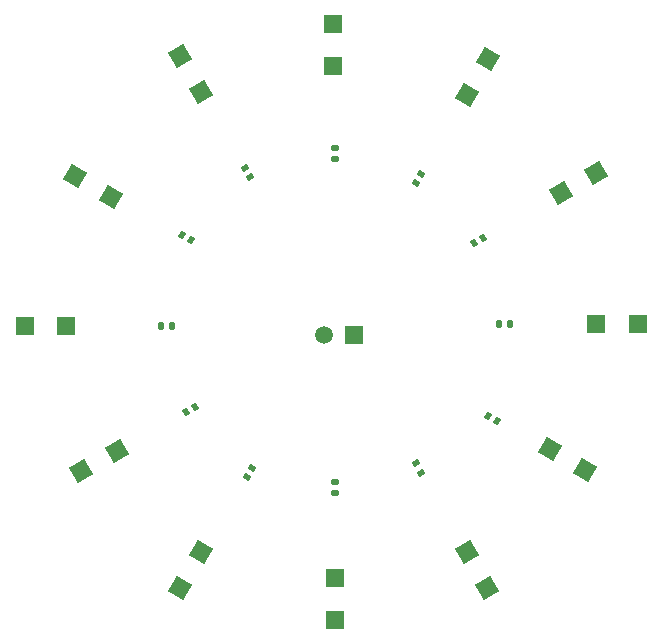
<source format=gbr>
%TF.GenerationSoftware,Altium Limited,Altium Designer,19.0.15 (446)*%
G04 Layer_Color=255*
%FSLAX45Y45*%
%MOMM*%
%TF.FileFunction,Pads,Top*%
%TF.Part,Single*%
G01*
G75*
%TA.AperFunction,SMDPad,CuDef*%
%ADD10P,2.12132X4X165.0*%
%ADD11R,1.50000X1.50000*%
G04:AMPARAMS|DCode=12|XSize=0.49mm|YSize=0.6mm|CornerRadius=0.049mm|HoleSize=0mm|Usage=FLASHONLY|Rotation=120.000|XOffset=0mm|YOffset=0mm|HoleType=Round|Shape=RoundedRectangle|*
%AMROUNDEDRECTD12*
21,1,0.49000,0.50200,0,0,120.0*
21,1,0.39200,0.60000,0,0,120.0*
1,1,0.09800,0.11937,0.29524*
1,1,0.09800,0.31537,-0.04424*
1,1,0.09800,-0.11937,-0.29524*
1,1,0.09800,-0.31537,0.04424*
%
%ADD12ROUNDEDRECTD12*%
G04:AMPARAMS|DCode=13|XSize=0.49mm|YSize=0.6mm|CornerRadius=0.049mm|HoleSize=0mm|Usage=FLASHONLY|Rotation=90.000|XOffset=0mm|YOffset=0mm|HoleType=Round|Shape=RoundedRectangle|*
%AMROUNDEDRECTD13*
21,1,0.49000,0.50200,0,0,90.0*
21,1,0.39200,0.60000,0,0,90.0*
1,1,0.09800,0.25100,0.19600*
1,1,0.09800,0.25100,-0.19600*
1,1,0.09800,-0.25100,-0.19600*
1,1,0.09800,-0.25100,0.19600*
%
%ADD13ROUNDEDRECTD13*%
%ADD14P,2.12132X4X105.0*%
%ADD15P,2.12132X4X195.0*%
G04:AMPARAMS|DCode=16|XSize=0.49mm|YSize=0.6mm|CornerRadius=0.049mm|HoleSize=0mm|Usage=FLASHONLY|Rotation=60.000|XOffset=0mm|YOffset=0mm|HoleType=Round|Shape=RoundedRectangle|*
%AMROUNDEDRECTD16*
21,1,0.49000,0.50200,0,0,60.0*
21,1,0.39200,0.60000,0,0,60.0*
1,1,0.09800,0.31537,0.04424*
1,1,0.09800,0.11937,-0.29524*
1,1,0.09800,-0.31537,-0.04424*
1,1,0.09800,-0.11937,0.29524*
%
%ADD16ROUNDEDRECTD16*%
G04:AMPARAMS|DCode=17|XSize=0.49mm|YSize=0.6mm|CornerRadius=0.049mm|HoleSize=0mm|Usage=FLASHONLY|Rotation=150.000|XOffset=0mm|YOffset=0mm|HoleType=Round|Shape=RoundedRectangle|*
%AMROUNDEDRECTD17*
21,1,0.49000,0.50200,0,0,150.0*
21,1,0.39200,0.60000,0,0,150.0*
1,1,0.09800,-0.04424,0.31537*
1,1,0.09800,0.29524,0.11937*
1,1,0.09800,0.04424,-0.31537*
1,1,0.09800,-0.29524,-0.11937*
%
%ADD17ROUNDEDRECTD17*%
%ADD18R,1.50000X1.50000*%
%ADD19P,2.12132X4X75.0*%
G04:AMPARAMS|DCode=20|XSize=0.49mm|YSize=0.6mm|CornerRadius=0.049mm|HoleSize=0mm|Usage=FLASHONLY|Rotation=180.000|XOffset=0mm|YOffset=0mm|HoleType=Round|Shape=RoundedRectangle|*
%AMROUNDEDRECTD20*
21,1,0.49000,0.50200,0,0,180.0*
21,1,0.39200,0.60000,0,0,180.0*
1,1,0.09800,-0.19600,0.25100*
1,1,0.09800,0.19600,0.25100*
1,1,0.09800,0.19600,-0.25100*
1,1,0.09800,-0.19600,-0.25100*
%
%ADD20ROUNDEDRECTD20*%
G04:AMPARAMS|DCode=21|XSize=0.49mm|YSize=0.6mm|CornerRadius=0.049mm|HoleSize=0mm|Usage=FLASHONLY|Rotation=30.000|XOffset=0mm|YOffset=0mm|HoleType=Round|Shape=RoundedRectangle|*
%AMROUNDEDRECTD21*
21,1,0.49000,0.50200,0,0,30.0*
21,1,0.39200,0.60000,0,0,30.0*
1,1,0.09800,0.29524,-0.11937*
1,1,0.09800,-0.04424,-0.31537*
1,1,0.09800,-0.29524,0.11937*
1,1,0.09800,0.04424,0.31537*
%
%ADD21ROUNDEDRECTD21*%
%TA.AperFunction,ComponentPad*%
%ADD23C,1.50000*%
%ADD24R,1.50000X1.50000*%
D10*
X6424798Y8840043D02*
D03*
X6249802Y9143157D02*
D03*
X8674100Y4940300D02*
D03*
X8849101Y4637191D02*
D03*
D11*
X7543800Y9060698D02*
D03*
Y9410700D02*
D03*
X7556500Y4718802D02*
D03*
Y4368800D02*
D03*
D12*
X6842648Y8113994D02*
D03*
X6797152Y8192806D02*
D03*
X8244952Y5692211D02*
D03*
X8290448Y5613400D02*
D03*
D13*
X7556500Y8272998D02*
D03*
Y8364002D02*
D03*
Y5440898D02*
D03*
Y5531902D02*
D03*
D14*
X8676899Y8815491D02*
D03*
X8851900Y9118600D02*
D03*
X6424798Y4939457D02*
D03*
X6249802Y4636343D02*
D03*
D15*
X5663357Y7951602D02*
D03*
X5360243Y8126598D02*
D03*
X9374292Y5813801D02*
D03*
X9677400Y5638800D02*
D03*
D16*
X8244952Y8063194D02*
D03*
X8290448Y8142006D02*
D03*
X6855348Y5652806D02*
D03*
X6809852Y5573994D02*
D03*
D17*
X6338606Y7584552D02*
D03*
X6259794Y7630048D02*
D03*
X8850594Y6093348D02*
D03*
X8929406Y6047852D02*
D03*
D18*
X5280401Y6858000D02*
D03*
X4930399D02*
D03*
X9771898Y6870700D02*
D03*
X10121900D02*
D03*
D19*
X9468790Y7978399D02*
D03*
X9771898Y8153400D02*
D03*
X5713308Y5801101D02*
D03*
X5410200Y5626100D02*
D03*
D20*
X6179602Y6858000D02*
D03*
X6088598D02*
D03*
X8946098Y6870700D02*
D03*
X9037102D02*
D03*
D21*
X8736294Y7559152D02*
D03*
X8815106Y7604648D02*
D03*
X6376706Y6169548D02*
D03*
X6297894Y6124052D02*
D03*
D23*
X7467600Y6781800D02*
D03*
D24*
X7721600D02*
D03*
%TF.MD5,4808f531165c7957437354c672571a56*%
M02*

</source>
